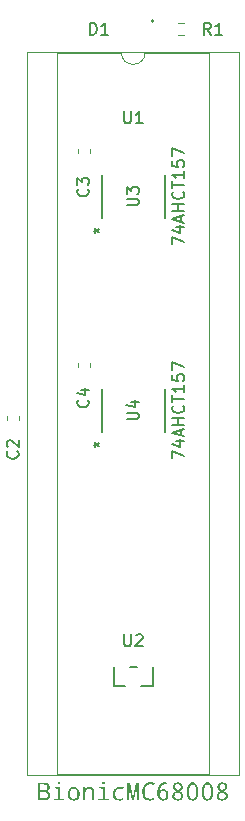
<source format=gbr>
G04 #@! TF.GenerationSoftware,KiCad,Pcbnew,9.0.6-9.0.6~ubuntu25.10.1*
G04 #@! TF.CreationDate,2025-12-24T16:01:02+09:00*
G04 #@! TF.ProjectId,bionic-mc68008,62696f6e-6963-42d6-9d63-36383030382e,2*
G04 #@! TF.SameCoordinates,Original*
G04 #@! TF.FileFunction,Legend,Top*
G04 #@! TF.FilePolarity,Positive*
%FSLAX46Y46*%
G04 Gerber Fmt 4.6, Leading zero omitted, Abs format (unit mm)*
G04 Created by KiCad (PCBNEW 9.0.6-9.0.6~ubuntu25.10.1) date 2025-12-24 16:01:02*
%MOMM*%
%LPD*%
G01*
G04 APERTURE LIST*
%ADD10C,0.150000*%
%ADD11C,0.120000*%
%ADD12C,0.152400*%
G04 APERTURE END LIST*
D10*
X117014819Y-108107428D02*
X117014819Y-107440762D01*
X117014819Y-107440762D02*
X118014819Y-107869333D01*
X117348152Y-106631238D02*
X118014819Y-106631238D01*
X116967200Y-106869333D02*
X117681485Y-107107428D01*
X117681485Y-107107428D02*
X117681485Y-106488381D01*
X117729104Y-106155047D02*
X117729104Y-105678857D01*
X118014819Y-106250285D02*
X117014819Y-105916952D01*
X117014819Y-105916952D02*
X118014819Y-105583619D01*
X118014819Y-105250285D02*
X117014819Y-105250285D01*
X117491009Y-105250285D02*
X117491009Y-104678857D01*
X118014819Y-104678857D02*
X117014819Y-104678857D01*
X117919580Y-103631238D02*
X117967200Y-103678857D01*
X117967200Y-103678857D02*
X118014819Y-103821714D01*
X118014819Y-103821714D02*
X118014819Y-103916952D01*
X118014819Y-103916952D02*
X117967200Y-104059809D01*
X117967200Y-104059809D02*
X117871961Y-104155047D01*
X117871961Y-104155047D02*
X117776723Y-104202666D01*
X117776723Y-104202666D02*
X117586247Y-104250285D01*
X117586247Y-104250285D02*
X117443390Y-104250285D01*
X117443390Y-104250285D02*
X117252914Y-104202666D01*
X117252914Y-104202666D02*
X117157676Y-104155047D01*
X117157676Y-104155047D02*
X117062438Y-104059809D01*
X117062438Y-104059809D02*
X117014819Y-103916952D01*
X117014819Y-103916952D02*
X117014819Y-103821714D01*
X117014819Y-103821714D02*
X117062438Y-103678857D01*
X117062438Y-103678857D02*
X117110057Y-103631238D01*
X117014819Y-103345523D02*
X117014819Y-102774095D01*
X118014819Y-103059809D02*
X117014819Y-103059809D01*
X118014819Y-101916952D02*
X118014819Y-102488380D01*
X118014819Y-102202666D02*
X117014819Y-102202666D01*
X117014819Y-102202666D02*
X117157676Y-102297904D01*
X117157676Y-102297904D02*
X117252914Y-102393142D01*
X117252914Y-102393142D02*
X117300533Y-102488380D01*
X117014819Y-101012190D02*
X117014819Y-101488380D01*
X117014819Y-101488380D02*
X117491009Y-101535999D01*
X117491009Y-101535999D02*
X117443390Y-101488380D01*
X117443390Y-101488380D02*
X117395771Y-101393142D01*
X117395771Y-101393142D02*
X117395771Y-101155047D01*
X117395771Y-101155047D02*
X117443390Y-101059809D01*
X117443390Y-101059809D02*
X117491009Y-101012190D01*
X117491009Y-101012190D02*
X117586247Y-100964571D01*
X117586247Y-100964571D02*
X117824342Y-100964571D01*
X117824342Y-100964571D02*
X117919580Y-101012190D01*
X117919580Y-101012190D02*
X117967200Y-101059809D01*
X117967200Y-101059809D02*
X118014819Y-101155047D01*
X118014819Y-101155047D02*
X118014819Y-101393142D01*
X118014819Y-101393142D02*
X117967200Y-101488380D01*
X117967200Y-101488380D02*
X117919580Y-101535999D01*
X117014819Y-100631237D02*
X117014819Y-99964571D01*
X117014819Y-99964571D02*
X118014819Y-100393142D01*
X117014819Y-89997228D02*
X117014819Y-89330562D01*
X117014819Y-89330562D02*
X118014819Y-89759133D01*
X117348152Y-88521038D02*
X118014819Y-88521038D01*
X116967200Y-88759133D02*
X117681485Y-88997228D01*
X117681485Y-88997228D02*
X117681485Y-88378181D01*
X117729104Y-88044847D02*
X117729104Y-87568657D01*
X118014819Y-88140085D02*
X117014819Y-87806752D01*
X117014819Y-87806752D02*
X118014819Y-87473419D01*
X118014819Y-87140085D02*
X117014819Y-87140085D01*
X117491009Y-87140085D02*
X117491009Y-86568657D01*
X118014819Y-86568657D02*
X117014819Y-86568657D01*
X117919580Y-85521038D02*
X117967200Y-85568657D01*
X117967200Y-85568657D02*
X118014819Y-85711514D01*
X118014819Y-85711514D02*
X118014819Y-85806752D01*
X118014819Y-85806752D02*
X117967200Y-85949609D01*
X117967200Y-85949609D02*
X117871961Y-86044847D01*
X117871961Y-86044847D02*
X117776723Y-86092466D01*
X117776723Y-86092466D02*
X117586247Y-86140085D01*
X117586247Y-86140085D02*
X117443390Y-86140085D01*
X117443390Y-86140085D02*
X117252914Y-86092466D01*
X117252914Y-86092466D02*
X117157676Y-86044847D01*
X117157676Y-86044847D02*
X117062438Y-85949609D01*
X117062438Y-85949609D02*
X117014819Y-85806752D01*
X117014819Y-85806752D02*
X117014819Y-85711514D01*
X117014819Y-85711514D02*
X117062438Y-85568657D01*
X117062438Y-85568657D02*
X117110057Y-85521038D01*
X117014819Y-85235323D02*
X117014819Y-84663895D01*
X118014819Y-84949609D02*
X117014819Y-84949609D01*
X118014819Y-83806752D02*
X118014819Y-84378180D01*
X118014819Y-84092466D02*
X117014819Y-84092466D01*
X117014819Y-84092466D02*
X117157676Y-84187704D01*
X117157676Y-84187704D02*
X117252914Y-84282942D01*
X117252914Y-84282942D02*
X117300533Y-84378180D01*
X117014819Y-82901990D02*
X117014819Y-83378180D01*
X117014819Y-83378180D02*
X117491009Y-83425799D01*
X117491009Y-83425799D02*
X117443390Y-83378180D01*
X117443390Y-83378180D02*
X117395771Y-83282942D01*
X117395771Y-83282942D02*
X117395771Y-83044847D01*
X117395771Y-83044847D02*
X117443390Y-82949609D01*
X117443390Y-82949609D02*
X117491009Y-82901990D01*
X117491009Y-82901990D02*
X117586247Y-82854371D01*
X117586247Y-82854371D02*
X117824342Y-82854371D01*
X117824342Y-82854371D02*
X117919580Y-82901990D01*
X117919580Y-82901990D02*
X117967200Y-82949609D01*
X117967200Y-82949609D02*
X118014819Y-83044847D01*
X118014819Y-83044847D02*
X118014819Y-83282942D01*
X118014819Y-83282942D02*
X117967200Y-83378180D01*
X117967200Y-83378180D02*
X117919580Y-83425799D01*
X117014819Y-82521037D02*
X117014819Y-81854371D01*
X117014819Y-81854371D02*
X118014819Y-82282942D01*
G36*
X106252544Y-135561457D02*
G01*
X106364956Y-135580466D01*
X106450348Y-135608597D01*
X106514131Y-135643948D01*
X106567796Y-135693479D01*
X106606862Y-135756040D01*
X106631725Y-135834479D01*
X106640710Y-135933009D01*
X106631363Y-136017161D01*
X106604504Y-136088904D01*
X106560202Y-136150996D01*
X106501731Y-136200433D01*
X106430141Y-136235661D01*
X106342490Y-136256417D01*
X106342490Y-136266675D01*
X106454751Y-136294784D01*
X106539204Y-136335258D01*
X106601537Y-136386606D01*
X106645589Y-136449217D01*
X106672934Y-136525317D01*
X106682659Y-136618660D01*
X106673804Y-136718821D01*
X106648662Y-136803779D01*
X106608233Y-136876416D01*
X106551958Y-136938770D01*
X106483860Y-136987834D01*
X106403500Y-137023992D01*
X106308522Y-137046873D01*
X106195944Y-137055000D01*
X105655923Y-137055000D01*
X105655923Y-136892059D01*
X105847532Y-136892059D01*
X106162147Y-136892059D01*
X106268212Y-136882623D01*
X106346783Y-136857330D01*
X106404375Y-136818864D01*
X106445356Y-136767184D01*
X106471319Y-136699543D01*
X106480792Y-136610966D01*
X106471492Y-136531042D01*
X106445711Y-136469095D01*
X106404251Y-136420812D01*
X106344728Y-136384129D01*
X106261988Y-136359619D01*
X106148775Y-136350389D01*
X105847532Y-136350389D01*
X105847532Y-136892059D01*
X105655923Y-136892059D01*
X105655923Y-136187449D01*
X105847532Y-136187449D01*
X106138608Y-136187449D01*
X106244351Y-136179885D01*
X106319524Y-136160152D01*
X106371707Y-136131395D01*
X106410679Y-136088617D01*
X106435677Y-136028721D01*
X106444980Y-135945740D01*
X106435272Y-135868208D01*
X106408830Y-135811528D01*
X106366578Y-135770343D01*
X106311338Y-135743316D01*
X106231206Y-135724544D01*
X106118092Y-135717312D01*
X105847532Y-135717312D01*
X105847532Y-136187449D01*
X105655923Y-136187449D01*
X105655923Y-135554371D01*
X106106826Y-135554371D01*
X106252544Y-135561457D01*
G37*
G36*
X107425096Y-135466444D02*
G01*
X107473789Y-135474164D01*
X107505925Y-135494934D01*
X107526053Y-135529356D01*
X107533723Y-135583131D01*
X107524959Y-135636834D01*
X107501391Y-135671791D01*
X107466265Y-135693610D01*
X107425096Y-135700917D01*
X107375952Y-135693125D01*
X107343519Y-135672160D01*
X107323204Y-135637414D01*
X107315462Y-135583131D01*
X107323171Y-135529450D01*
X107343434Y-135495022D01*
X107375861Y-135474197D01*
X107425096Y-135466444D01*
G37*
G36*
X107330757Y-136076074D02*
G01*
X107055160Y-136054733D01*
X107055160Y-135929528D01*
X107517328Y-135929528D01*
X107517328Y-136908454D01*
X107878014Y-136928970D01*
X107878014Y-137055000D01*
X106978315Y-137055000D01*
X106978315Y-136928970D01*
X107330757Y-136908454D01*
X107330757Y-136076074D01*
G37*
G36*
X108775192Y-135922277D02*
G01*
X108870763Y-135952147D01*
X108955880Y-136001195D01*
X109032336Y-136070853D01*
X109092917Y-136153833D01*
X109137182Y-136250095D01*
X109164960Y-136362141D01*
X109174760Y-136493180D01*
X109164939Y-136628802D01*
X109137297Y-136743135D01*
X109093620Y-136839797D01*
X109034351Y-136921643D01*
X108959109Y-136989704D01*
X108873259Y-137038164D01*
X108774695Y-137068017D01*
X108660385Y-137078447D01*
X108552820Y-137068132D01*
X108457816Y-137038256D01*
X108372801Y-136989080D01*
X108296036Y-136919078D01*
X108235339Y-136835790D01*
X108190924Y-136738879D01*
X108163012Y-136625773D01*
X108153153Y-136493180D01*
X108345769Y-136493180D01*
X108354403Y-136623261D01*
X108377592Y-136722317D01*
X108412311Y-136796785D01*
X108457141Y-136851793D01*
X108512453Y-136890774D01*
X108580359Y-136915071D01*
X108664415Y-136923750D01*
X108748139Y-136915085D01*
X108815801Y-136890823D01*
X108870938Y-136851883D01*
X108915648Y-136796903D01*
X108950290Y-136722437D01*
X108973434Y-136623345D01*
X108982053Y-136493180D01*
X108973441Y-136364648D01*
X108950292Y-136266660D01*
X108915592Y-136192879D01*
X108870708Y-136138274D01*
X108815223Y-136099502D01*
X108746982Y-136075296D01*
X108662400Y-136066640D01*
X108578813Y-136075252D01*
X108511307Y-136099355D01*
X108456345Y-136138008D01*
X108411820Y-136192529D01*
X108377352Y-136266303D01*
X108354337Y-136364397D01*
X108345769Y-136493180D01*
X108153153Y-136493180D01*
X108162871Y-136358482D01*
X108190217Y-136244945D01*
X108233414Y-136148976D01*
X108292006Y-136067739D01*
X108366471Y-136000305D01*
X108452084Y-135952143D01*
X108551047Y-135922374D01*
X108666521Y-135911943D01*
X108775192Y-135922277D01*
G37*
G36*
X110202962Y-137055000D02*
G01*
X110202962Y-136332346D01*
X110194926Y-136244643D01*
X110173314Y-136179369D01*
X110140260Y-136131213D01*
X110095536Y-136096699D01*
X110036607Y-136074698D01*
X109959055Y-136066640D01*
X109875190Y-136075032D01*
X109807751Y-136098444D01*
X109753160Y-136135790D01*
X109709213Y-136188128D01*
X109675382Y-136258509D01*
X109652885Y-136351616D01*
X109644531Y-136473396D01*
X109644531Y-137055000D01*
X109458051Y-137055000D01*
X109458051Y-135929528D01*
X109608719Y-135929528D01*
X109636379Y-136084043D01*
X109646637Y-136084043D01*
X109693414Y-136022877D01*
X109749571Y-135975730D01*
X109816326Y-135941326D01*
X109895798Y-135919647D01*
X109990837Y-135911943D01*
X110103001Y-135921451D01*
X110191122Y-135947533D01*
X110260244Y-135987986D01*
X110313950Y-136042727D01*
X110353969Y-136113794D01*
X110379937Y-136205075D01*
X110389441Y-136321905D01*
X110389441Y-137055000D01*
X110202962Y-137055000D01*
G37*
G36*
X111201579Y-135466444D02*
G01*
X111250272Y-135474164D01*
X111282407Y-135494934D01*
X111302536Y-135529356D01*
X111310206Y-135583131D01*
X111301442Y-135636834D01*
X111277874Y-135671791D01*
X111242748Y-135693610D01*
X111201579Y-135700917D01*
X111152435Y-135693125D01*
X111120002Y-135672160D01*
X111099687Y-135637414D01*
X111091944Y-135583131D01*
X111099654Y-135529450D01*
X111119917Y-135495022D01*
X111152344Y-135474197D01*
X111201579Y-135466444D01*
G37*
G36*
X111107240Y-136076074D02*
G01*
X110831643Y-136054733D01*
X110831643Y-135929528D01*
X111293811Y-135929528D01*
X111293811Y-136908454D01*
X111654497Y-136928970D01*
X111654497Y-137055000D01*
X110754798Y-137055000D01*
X110754798Y-136928970D01*
X111107240Y-136908454D01*
X111107240Y-136076074D01*
G37*
G36*
X112898945Y-135972393D02*
G01*
X112835380Y-136134326D01*
X112731319Y-136099863D01*
X112640434Y-136080814D01*
X112560790Y-136074883D01*
X112455804Y-136084324D01*
X112372653Y-136110370D01*
X112306713Y-136151156D01*
X112254834Y-136207024D01*
X112215720Y-136280462D01*
X112190110Y-136375795D01*
X112180687Y-136498767D01*
X112189901Y-136619939D01*
X112214926Y-136713783D01*
X112253104Y-136785979D01*
X112303666Y-136840813D01*
X112367829Y-136880781D01*
X112448625Y-136906273D01*
X112550532Y-136915506D01*
X112656714Y-136908681D01*
X112766055Y-136887800D01*
X112879436Y-136851942D01*
X112879436Y-137015890D01*
X112785837Y-137049337D01*
X112674532Y-137070782D01*
X112542289Y-137078447D01*
X112411475Y-137068056D01*
X112302167Y-137038847D01*
X112210463Y-136992577D01*
X112133427Y-136929337D01*
X112072394Y-136850913D01*
X112027177Y-136755874D01*
X111998323Y-136640809D01*
X111987980Y-136501331D01*
X111994872Y-136383618D01*
X112014279Y-136283257D01*
X112044759Y-136197678D01*
X112085536Y-136124699D01*
X112136541Y-136062610D01*
X112215072Y-135998806D01*
X112308746Y-135952038D01*
X112420603Y-135922471D01*
X112554654Y-135911943D01*
X112675103Y-135918792D01*
X112789564Y-135939012D01*
X112898945Y-135972393D01*
G37*
G36*
X113615736Y-137055000D02*
G01*
X113330797Y-135740851D01*
X113322645Y-135743415D01*
X113337215Y-135999757D01*
X113341146Y-136159422D01*
X113341146Y-137055000D01*
X113186357Y-137055000D01*
X113186357Y-135554371D01*
X113439424Y-135554371D01*
X113693589Y-136778303D01*
X113699725Y-136778303D01*
X113955906Y-135554371D01*
X114214101Y-135554371D01*
X114214101Y-137055000D01*
X114057388Y-137055000D01*
X114057388Y-136146050D01*
X114071677Y-135745430D01*
X114063433Y-135745430D01*
X113773456Y-137055000D01*
X113615736Y-137055000D01*
G37*
G36*
X115481172Y-136850935D02*
G01*
X115481172Y-137017722D01*
X115379645Y-137050095D01*
X115258510Y-137070967D01*
X115114349Y-137078447D01*
X114987309Y-137069491D01*
X114877847Y-137044056D01*
X114783141Y-137003531D01*
X114700931Y-136948236D01*
X114629649Y-136877404D01*
X114572491Y-136795994D01*
X114526336Y-136700554D01*
X114491618Y-136588906D01*
X114469452Y-136458414D01*
X114461580Y-136306059D01*
X114469853Y-136161950D01*
X114493401Y-136035995D01*
X114530803Y-135925697D01*
X114581322Y-135828921D01*
X114644945Y-135743965D01*
X114722514Y-135670314D01*
X114809767Y-135613174D01*
X114908059Y-135571637D01*
X115019338Y-135545804D01*
X115146040Y-135536786D01*
X115294180Y-135547207D01*
X115424042Y-135577023D01*
X115538508Y-135624897D01*
X115458549Y-135784723D01*
X115351221Y-135739506D01*
X115247488Y-135713379D01*
X115146040Y-135704856D01*
X115039180Y-135715487D01*
X114946803Y-135746052D01*
X114865921Y-135796119D01*
X114794605Y-135867338D01*
X114739592Y-135951233D01*
X114698710Y-136050536D01*
X114672704Y-136168146D01*
X114663447Y-136307616D01*
X114672508Y-136457061D01*
X114697497Y-136578555D01*
X114735900Y-136676911D01*
X114786362Y-136756138D01*
X114853228Y-136822275D01*
X114933456Y-136869922D01*
X115029766Y-136899768D01*
X115146131Y-136910377D01*
X115234290Y-136904785D01*
X115344559Y-136886066D01*
X115481172Y-136850935D01*
G37*
G36*
X116502641Y-135542176D02*
G01*
X116577059Y-135556295D01*
X116577059Y-135715114D01*
X116501034Y-135700816D01*
X116406974Y-135695605D01*
X116293636Y-135705584D01*
X116200894Y-135733483D01*
X116124679Y-135777666D01*
X116062134Y-135838487D01*
X116015484Y-135911433D01*
X115977680Y-136007424D01*
X115950462Y-136131909D01*
X115936654Y-136291313D01*
X115948927Y-136291313D01*
X115992920Y-136228310D01*
X116045060Y-136180499D01*
X116106219Y-136146107D01*
X116178195Y-136124673D01*
X116263543Y-136117107D01*
X116362161Y-136125478D01*
X116445442Y-136149170D01*
X116516234Y-136187068D01*
X116576601Y-136239473D01*
X116624529Y-136303541D01*
X116659717Y-136379010D01*
X116681928Y-136468084D01*
X116689807Y-136573597D01*
X116681190Y-136690557D01*
X116656923Y-136789170D01*
X116618533Y-136872583D01*
X116566343Y-136943258D01*
X116500329Y-137001698D01*
X116424503Y-137043512D01*
X116336930Y-137069382D01*
X116234875Y-137078447D01*
X116147312Y-137071221D01*
X116069433Y-137050334D01*
X115999497Y-137016257D01*
X115936202Y-136968493D01*
X115878768Y-136905614D01*
X115824005Y-136817058D01*
X115782542Y-136708832D01*
X115755724Y-136577008D01*
X115753289Y-136536686D01*
X115932532Y-136536686D01*
X115942147Y-136638001D01*
X115969925Y-136727028D01*
X116015514Y-136806238D01*
X116061367Y-136856836D01*
X116112039Y-136891632D01*
X116168573Y-136912471D01*
X116232768Y-136919628D01*
X116315234Y-136909038D01*
X116381777Y-136878997D01*
X116436192Y-136829319D01*
X116474994Y-136765046D01*
X116500200Y-136681313D01*
X116509465Y-136572681D01*
X116500636Y-136475745D01*
X116476551Y-136401074D01*
X116439214Y-136343703D01*
X116387474Y-136300246D01*
X116322091Y-136273313D01*
X116238905Y-136263653D01*
X116155452Y-136273220D01*
X116083585Y-136300870D01*
X116020643Y-136346817D01*
X115970594Y-136406592D01*
X115942016Y-136469205D01*
X115932532Y-136536686D01*
X115753289Y-136536686D01*
X115746053Y-136416885D01*
X115754950Y-136223666D01*
X115779604Y-136063541D01*
X115817437Y-135931649D01*
X115866586Y-135823688D01*
X115925996Y-135736006D01*
X115995494Y-135665743D01*
X116075804Y-135610981D01*
X116168498Y-135570865D01*
X116275878Y-135545669D01*
X116400838Y-135536786D01*
X116502641Y-135542176D01*
G37*
G36*
X117570132Y-135537625D02*
G01*
X117650974Y-135556651D01*
X117720860Y-135586972D01*
X117781481Y-135628377D01*
X117832392Y-135681110D01*
X117868453Y-135741479D01*
X117890611Y-135811007D01*
X117898351Y-135891976D01*
X117888169Y-135979917D01*
X117858230Y-136058862D01*
X117807648Y-136131188D01*
X117733254Y-136198235D01*
X117629898Y-136260172D01*
X117737087Y-136324354D01*
X117817627Y-136389382D01*
X117875970Y-136455233D01*
X117915587Y-136522400D01*
X117938780Y-136591896D01*
X117946528Y-136665188D01*
X117938007Y-136756209D01*
X117913544Y-136835076D01*
X117873665Y-136904179D01*
X117817385Y-136965149D01*
X117750089Y-137013332D01*
X117672202Y-137048556D01*
X117581749Y-137070656D01*
X117476208Y-137078447D01*
X117365022Y-137070859D01*
X117272387Y-137049646D01*
X117195163Y-137016432D01*
X117130818Y-136971835D01*
X117077504Y-136914406D01*
X117039188Y-136846999D01*
X117015321Y-136767623D01*
X117006896Y-136673431D01*
X117189345Y-136673431D01*
X117197697Y-136750777D01*
X117220618Y-136809940D01*
X117256871Y-136855245D01*
X117307944Y-136889045D01*
X117377770Y-136911312D01*
X117472178Y-136919628D01*
X117562751Y-136911248D01*
X117633135Y-136888283D01*
X117687784Y-136852492D01*
X117729471Y-136803050D01*
X117755067Y-136741833D01*
X117764171Y-136665280D01*
X117757023Y-136606179D01*
X117735814Y-136552167D01*
X117699599Y-136501698D01*
X117652827Y-136458550D01*
X117581997Y-136409729D01*
X117480330Y-136354511D01*
X117449555Y-136340131D01*
X117347796Y-136398758D01*
X117275525Y-136460832D01*
X117227111Y-136526388D01*
X117198857Y-136596549D01*
X117189345Y-136673431D01*
X117006896Y-136673431D01*
X117014712Y-136589651D01*
X117037516Y-136514151D01*
X117075277Y-136445178D01*
X117129196Y-136381504D01*
X117201615Y-136322532D01*
X117295865Y-136268324D01*
X117203992Y-136200754D01*
X117137114Y-136129960D01*
X117091332Y-136055478D01*
X117064232Y-135976079D01*
X117056231Y-135900769D01*
X117237430Y-135900769D01*
X117243345Y-135960170D01*
X117260342Y-136011452D01*
X117288172Y-136056290D01*
X117326079Y-136094152D01*
X117386986Y-136136608D01*
X117478315Y-136184243D01*
X117572339Y-136133846D01*
X117638409Y-136080696D01*
X117682190Y-136024908D01*
X117707511Y-135965562D01*
X117715994Y-135900769D01*
X117708193Y-135835114D01*
X117686483Y-135783928D01*
X117651422Y-135743782D01*
X117605476Y-135714870D01*
X117547485Y-135696427D01*
X117474193Y-135689743D01*
X117403651Y-135696354D01*
X117347047Y-135714729D01*
X117301452Y-135743782D01*
X117266717Y-135783885D01*
X117245176Y-135835068D01*
X117237430Y-135900769D01*
X117056231Y-135900769D01*
X117055073Y-135889870D01*
X117062935Y-135809594D01*
X117085476Y-135740552D01*
X117122269Y-135680460D01*
X117174416Y-135627827D01*
X117236369Y-135586350D01*
X117306306Y-135556215D01*
X117385654Y-135537472D01*
X117476208Y-135530924D01*
X117570132Y-135537625D01*
G37*
G36*
X118825703Y-135539305D02*
G01*
X118905946Y-135563327D01*
X118976134Y-135602359D01*
X119037934Y-135657188D01*
X119092149Y-135729952D01*
X119141160Y-135829687D01*
X119179282Y-135955014D01*
X119204424Y-136111171D01*
X119213599Y-136304136D01*
X119204920Y-136498262D01*
X119181230Y-136653894D01*
X119145526Y-136777298D01*
X119100013Y-136874005D01*
X119045959Y-136948677D01*
X118983584Y-137004909D01*
X118912022Y-137045001D01*
X118829399Y-137069767D01*
X118733021Y-137078447D01*
X118641714Y-137070110D01*
X118562466Y-137046181D01*
X118492946Y-137007231D01*
X118431534Y-136952406D01*
X118377464Y-136879511D01*
X118328714Y-136779781D01*
X118290761Y-136654291D01*
X118265711Y-136497752D01*
X118256564Y-136304136D01*
X118256584Y-136303678D01*
X118446066Y-136303678D01*
X118451732Y-136476171D01*
X118466786Y-136607334D01*
X118488639Y-136704828D01*
X118515217Y-136775464D01*
X118556378Y-136840478D01*
X118605362Y-136884322D01*
X118663287Y-136910512D01*
X118733021Y-136919628D01*
X118803757Y-136910461D01*
X118862582Y-136884130D01*
X118912381Y-136840097D01*
X118954305Y-136774914D01*
X118981534Y-136703975D01*
X119003872Y-136606405D01*
X119019236Y-136475491D01*
X119025013Y-136303678D01*
X119019248Y-136133011D01*
X119003902Y-136002729D01*
X118981567Y-135905410D01*
X118954305Y-135834457D01*
X118912381Y-135769274D01*
X118862582Y-135725241D01*
X118803757Y-135698910D01*
X118733021Y-135689743D01*
X118663255Y-135698839D01*
X118605322Y-135724963D01*
X118556351Y-135768673D01*
X118515217Y-135833449D01*
X118488639Y-135903827D01*
X118466787Y-136000984D01*
X118451733Y-136131717D01*
X118446066Y-136303678D01*
X118256584Y-136303678D01*
X118265195Y-136110007D01*
X118288749Y-135954443D01*
X118324233Y-135831164D01*
X118369439Y-135734624D01*
X118423090Y-135660146D01*
X118484946Y-135604112D01*
X118555852Y-135564196D01*
X118637654Y-135539557D01*
X118733021Y-135530924D01*
X118825703Y-135539305D01*
G37*
G36*
X120084531Y-135539305D02*
G01*
X120164774Y-135563327D01*
X120234961Y-135602359D01*
X120296762Y-135657188D01*
X120350977Y-135729952D01*
X120399988Y-135829687D01*
X120438109Y-135955014D01*
X120463251Y-136111171D01*
X120472427Y-136304136D01*
X120463748Y-136498262D01*
X120440057Y-136653894D01*
X120404354Y-136777298D01*
X120358841Y-136874005D01*
X120304787Y-136948677D01*
X120242412Y-137004909D01*
X120170849Y-137045001D01*
X120088227Y-137069767D01*
X119991849Y-137078447D01*
X119900541Y-137070110D01*
X119821293Y-137046181D01*
X119751774Y-137007231D01*
X119690361Y-136952406D01*
X119636292Y-136879511D01*
X119587542Y-136779781D01*
X119549588Y-136654291D01*
X119524538Y-136497752D01*
X119515392Y-136304136D01*
X119515412Y-136303678D01*
X119704894Y-136303678D01*
X119710560Y-136476171D01*
X119725614Y-136607334D01*
X119747467Y-136704828D01*
X119774045Y-136775464D01*
X119815205Y-136840478D01*
X119864190Y-136884322D01*
X119922114Y-136910512D01*
X119991849Y-136919628D01*
X120062584Y-136910461D01*
X120121410Y-136884130D01*
X120171209Y-136840097D01*
X120213133Y-136774914D01*
X120240361Y-136703975D01*
X120262699Y-136606405D01*
X120278064Y-136475491D01*
X120283841Y-136303678D01*
X120278075Y-136133011D01*
X120262730Y-136002729D01*
X120240394Y-135905410D01*
X120213133Y-135834457D01*
X120171209Y-135769274D01*
X120121410Y-135725241D01*
X120062584Y-135698910D01*
X119991849Y-135689743D01*
X119922083Y-135698839D01*
X119864150Y-135724963D01*
X119815179Y-135768673D01*
X119774045Y-135833449D01*
X119747467Y-135903827D01*
X119725614Y-136000984D01*
X119710560Y-136131717D01*
X119704894Y-136303678D01*
X119515412Y-136303678D01*
X119524023Y-136110007D01*
X119547577Y-135954443D01*
X119583060Y-135831164D01*
X119628267Y-135734624D01*
X119681917Y-135660146D01*
X119743774Y-135604112D01*
X119814680Y-135564196D01*
X119896481Y-135539557D01*
X119991849Y-135530924D01*
X120084531Y-135539305D01*
G37*
G36*
X121346615Y-135537625D02*
G01*
X121427457Y-135556651D01*
X121497343Y-135586972D01*
X121557964Y-135628377D01*
X121608875Y-135681110D01*
X121644936Y-135741479D01*
X121667094Y-135811007D01*
X121674834Y-135891976D01*
X121664652Y-135979917D01*
X121634713Y-136058862D01*
X121584131Y-136131188D01*
X121509737Y-136198235D01*
X121406381Y-136260172D01*
X121513570Y-136324354D01*
X121594110Y-136389382D01*
X121652453Y-136455233D01*
X121692070Y-136522400D01*
X121715263Y-136591896D01*
X121723011Y-136665188D01*
X121714490Y-136756209D01*
X121690027Y-136835076D01*
X121650148Y-136904179D01*
X121593868Y-136965149D01*
X121526572Y-137013332D01*
X121448685Y-137048556D01*
X121358232Y-137070656D01*
X121252691Y-137078447D01*
X121141504Y-137070859D01*
X121048870Y-137049646D01*
X120971646Y-137016432D01*
X120907301Y-136971835D01*
X120853987Y-136914406D01*
X120815671Y-136846999D01*
X120791804Y-136767623D01*
X120783379Y-136673431D01*
X120965828Y-136673431D01*
X120974180Y-136750777D01*
X120997101Y-136809940D01*
X121033354Y-136855245D01*
X121084426Y-136889045D01*
X121154253Y-136911312D01*
X121248661Y-136919628D01*
X121339234Y-136911248D01*
X121409618Y-136888283D01*
X121464267Y-136852492D01*
X121505954Y-136803050D01*
X121531550Y-136741833D01*
X121540653Y-136665280D01*
X121533506Y-136606179D01*
X121512296Y-136552167D01*
X121476082Y-136501698D01*
X121429310Y-136458550D01*
X121358480Y-136409729D01*
X121256813Y-136354511D01*
X121226038Y-136340131D01*
X121124279Y-136398758D01*
X121052007Y-136460832D01*
X121003594Y-136526388D01*
X120975340Y-136596549D01*
X120965828Y-136673431D01*
X120783379Y-136673431D01*
X120791195Y-136589651D01*
X120813999Y-136514151D01*
X120851760Y-136445178D01*
X120905679Y-136381504D01*
X120978098Y-136322532D01*
X121072348Y-136268324D01*
X120980475Y-136200754D01*
X120913597Y-136129960D01*
X120867815Y-136055478D01*
X120840715Y-135976079D01*
X120832713Y-135900769D01*
X121013913Y-135900769D01*
X121019828Y-135960170D01*
X121036825Y-136011452D01*
X121064655Y-136056290D01*
X121102562Y-136094152D01*
X121163469Y-136136608D01*
X121254798Y-136184243D01*
X121348822Y-136133846D01*
X121414892Y-136080696D01*
X121458673Y-136024908D01*
X121483994Y-135965562D01*
X121492477Y-135900769D01*
X121484676Y-135835114D01*
X121462966Y-135783928D01*
X121427905Y-135743782D01*
X121381959Y-135714870D01*
X121323968Y-135696427D01*
X121250676Y-135689743D01*
X121180134Y-135696354D01*
X121123530Y-135714729D01*
X121077935Y-135743782D01*
X121043200Y-135783885D01*
X121021659Y-135835068D01*
X121013913Y-135900769D01*
X120832713Y-135900769D01*
X120831555Y-135889870D01*
X120839417Y-135809594D01*
X120861958Y-135740552D01*
X120898752Y-135680460D01*
X120950899Y-135627827D01*
X121012852Y-135586350D01*
X121082789Y-135556215D01*
X121162136Y-135537472D01*
X121252691Y-135530924D01*
X121346615Y-135537625D01*
G37*
X109868580Y-103162366D02*
X109916200Y-103209985D01*
X109916200Y-103209985D02*
X109963819Y-103352842D01*
X109963819Y-103352842D02*
X109963819Y-103448080D01*
X109963819Y-103448080D02*
X109916200Y-103590937D01*
X109916200Y-103590937D02*
X109820961Y-103686175D01*
X109820961Y-103686175D02*
X109725723Y-103733794D01*
X109725723Y-103733794D02*
X109535247Y-103781413D01*
X109535247Y-103781413D02*
X109392390Y-103781413D01*
X109392390Y-103781413D02*
X109201914Y-103733794D01*
X109201914Y-103733794D02*
X109106676Y-103686175D01*
X109106676Y-103686175D02*
X109011438Y-103590937D01*
X109011438Y-103590937D02*
X108963819Y-103448080D01*
X108963819Y-103448080D02*
X108963819Y-103352842D01*
X108963819Y-103352842D02*
X109011438Y-103209985D01*
X109011438Y-103209985D02*
X109059057Y-103162366D01*
X109297152Y-102305223D02*
X109963819Y-102305223D01*
X108916200Y-102543318D02*
X109630485Y-102781413D01*
X109630485Y-102781413D02*
X109630485Y-102162366D01*
X113154819Y-104797904D02*
X113964342Y-104797904D01*
X113964342Y-104797904D02*
X114059580Y-104750285D01*
X114059580Y-104750285D02*
X114107200Y-104702666D01*
X114107200Y-104702666D02*
X114154819Y-104607428D01*
X114154819Y-104607428D02*
X114154819Y-104416952D01*
X114154819Y-104416952D02*
X114107200Y-104321714D01*
X114107200Y-104321714D02*
X114059580Y-104274095D01*
X114059580Y-104274095D02*
X113964342Y-104226476D01*
X113964342Y-104226476D02*
X113154819Y-104226476D01*
X113488152Y-103321714D02*
X114154819Y-103321714D01*
X113107200Y-103559809D02*
X113821485Y-103797904D01*
X113821485Y-103797904D02*
X113821485Y-103178857D01*
X110354819Y-106935999D02*
X110592914Y-106935999D01*
X110497676Y-107174094D02*
X110592914Y-106935999D01*
X110592914Y-106935999D02*
X110497676Y-106697904D01*
X110783390Y-107078856D02*
X110592914Y-106935999D01*
X110592914Y-106935999D02*
X110783390Y-106793142D01*
X103899580Y-107504666D02*
X103947200Y-107552285D01*
X103947200Y-107552285D02*
X103994819Y-107695142D01*
X103994819Y-107695142D02*
X103994819Y-107790380D01*
X103994819Y-107790380D02*
X103947200Y-107933237D01*
X103947200Y-107933237D02*
X103851961Y-108028475D01*
X103851961Y-108028475D02*
X103756723Y-108076094D01*
X103756723Y-108076094D02*
X103566247Y-108123713D01*
X103566247Y-108123713D02*
X103423390Y-108123713D01*
X103423390Y-108123713D02*
X103232914Y-108076094D01*
X103232914Y-108076094D02*
X103137676Y-108028475D01*
X103137676Y-108028475D02*
X103042438Y-107933237D01*
X103042438Y-107933237D02*
X102994819Y-107790380D01*
X102994819Y-107790380D02*
X102994819Y-107695142D01*
X102994819Y-107695142D02*
X103042438Y-107552285D01*
X103042438Y-107552285D02*
X103090057Y-107504666D01*
X103090057Y-107123713D02*
X103042438Y-107076094D01*
X103042438Y-107076094D02*
X102994819Y-106980856D01*
X102994819Y-106980856D02*
X102994819Y-106742761D01*
X102994819Y-106742761D02*
X103042438Y-106647523D01*
X103042438Y-106647523D02*
X103090057Y-106599904D01*
X103090057Y-106599904D02*
X103185295Y-106552285D01*
X103185295Y-106552285D02*
X103280533Y-106552285D01*
X103280533Y-106552285D02*
X103423390Y-106599904D01*
X103423390Y-106599904D02*
X103994819Y-107171332D01*
X103994819Y-107171332D02*
X103994819Y-106552285D01*
X110040905Y-72232819D02*
X110040905Y-71232819D01*
X110040905Y-71232819D02*
X110279000Y-71232819D01*
X110279000Y-71232819D02*
X110421857Y-71280438D01*
X110421857Y-71280438D02*
X110517095Y-71375676D01*
X110517095Y-71375676D02*
X110564714Y-71470914D01*
X110564714Y-71470914D02*
X110612333Y-71661390D01*
X110612333Y-71661390D02*
X110612333Y-71804247D01*
X110612333Y-71804247D02*
X110564714Y-71994723D01*
X110564714Y-71994723D02*
X110517095Y-72089961D01*
X110517095Y-72089961D02*
X110421857Y-72185200D01*
X110421857Y-72185200D02*
X110279000Y-72232819D01*
X110279000Y-72232819D02*
X110040905Y-72232819D01*
X111564714Y-72232819D02*
X110993286Y-72232819D01*
X111279000Y-72232819D02*
X111279000Y-71232819D01*
X111279000Y-71232819D02*
X111183762Y-71375676D01*
X111183762Y-71375676D02*
X111088524Y-71470914D01*
X111088524Y-71470914D02*
X110993286Y-71518533D01*
X109868580Y-85295165D02*
X109916200Y-85342784D01*
X109916200Y-85342784D02*
X109963819Y-85485641D01*
X109963819Y-85485641D02*
X109963819Y-85580879D01*
X109963819Y-85580879D02*
X109916200Y-85723736D01*
X109916200Y-85723736D02*
X109820961Y-85818974D01*
X109820961Y-85818974D02*
X109725723Y-85866593D01*
X109725723Y-85866593D02*
X109535247Y-85914212D01*
X109535247Y-85914212D02*
X109392390Y-85914212D01*
X109392390Y-85914212D02*
X109201914Y-85866593D01*
X109201914Y-85866593D02*
X109106676Y-85818974D01*
X109106676Y-85818974D02*
X109011438Y-85723736D01*
X109011438Y-85723736D02*
X108963819Y-85580879D01*
X108963819Y-85580879D02*
X108963819Y-85485641D01*
X108963819Y-85485641D02*
X109011438Y-85342784D01*
X109011438Y-85342784D02*
X109059057Y-85295165D01*
X108963819Y-84961831D02*
X108963819Y-84342784D01*
X108963819Y-84342784D02*
X109344771Y-84676117D01*
X109344771Y-84676117D02*
X109344771Y-84533260D01*
X109344771Y-84533260D02*
X109392390Y-84438022D01*
X109392390Y-84438022D02*
X109440009Y-84390403D01*
X109440009Y-84390403D02*
X109535247Y-84342784D01*
X109535247Y-84342784D02*
X109773342Y-84342784D01*
X109773342Y-84342784D02*
X109868580Y-84390403D01*
X109868580Y-84390403D02*
X109916200Y-84438022D01*
X109916200Y-84438022D02*
X109963819Y-84533260D01*
X109963819Y-84533260D02*
X109963819Y-84818974D01*
X109963819Y-84818974D02*
X109916200Y-84914212D01*
X109916200Y-84914212D02*
X109868580Y-84961831D01*
X112938095Y-122998819D02*
X112938095Y-123808342D01*
X112938095Y-123808342D02*
X112985714Y-123903580D01*
X112985714Y-123903580D02*
X113033333Y-123951200D01*
X113033333Y-123951200D02*
X113128571Y-123998819D01*
X113128571Y-123998819D02*
X113319047Y-123998819D01*
X113319047Y-123998819D02*
X113414285Y-123951200D01*
X113414285Y-123951200D02*
X113461904Y-123903580D01*
X113461904Y-123903580D02*
X113509523Y-123808342D01*
X113509523Y-123808342D02*
X113509523Y-122998819D01*
X113938095Y-123094057D02*
X113985714Y-123046438D01*
X113985714Y-123046438D02*
X114080952Y-122998819D01*
X114080952Y-122998819D02*
X114319047Y-122998819D01*
X114319047Y-122998819D02*
X114414285Y-123046438D01*
X114414285Y-123046438D02*
X114461904Y-123094057D01*
X114461904Y-123094057D02*
X114509523Y-123189295D01*
X114509523Y-123189295D02*
X114509523Y-123284533D01*
X114509523Y-123284533D02*
X114461904Y-123427390D01*
X114461904Y-123427390D02*
X113890476Y-123998819D01*
X113890476Y-123998819D02*
X114509523Y-123998819D01*
X120287833Y-72232819D02*
X119954500Y-71756628D01*
X119716405Y-72232819D02*
X119716405Y-71232819D01*
X119716405Y-71232819D02*
X120097357Y-71232819D01*
X120097357Y-71232819D02*
X120192595Y-71280438D01*
X120192595Y-71280438D02*
X120240214Y-71328057D01*
X120240214Y-71328057D02*
X120287833Y-71423295D01*
X120287833Y-71423295D02*
X120287833Y-71566152D01*
X120287833Y-71566152D02*
X120240214Y-71661390D01*
X120240214Y-71661390D02*
X120192595Y-71709009D01*
X120192595Y-71709009D02*
X120097357Y-71756628D01*
X120097357Y-71756628D02*
X119716405Y-71756628D01*
X121240214Y-72232819D02*
X120668786Y-72232819D01*
X120954500Y-72232819D02*
X120954500Y-71232819D01*
X120954500Y-71232819D02*
X120859262Y-71375676D01*
X120859262Y-71375676D02*
X120764024Y-71470914D01*
X120764024Y-71470914D02*
X120668786Y-71518533D01*
X112938095Y-78725819D02*
X112938095Y-79535342D01*
X112938095Y-79535342D02*
X112985714Y-79630580D01*
X112985714Y-79630580D02*
X113033333Y-79678200D01*
X113033333Y-79678200D02*
X113128571Y-79725819D01*
X113128571Y-79725819D02*
X113319047Y-79725819D01*
X113319047Y-79725819D02*
X113414285Y-79678200D01*
X113414285Y-79678200D02*
X113461904Y-79630580D01*
X113461904Y-79630580D02*
X113509523Y-79535342D01*
X113509523Y-79535342D02*
X113509523Y-78725819D01*
X114509523Y-79725819D02*
X113938095Y-79725819D01*
X114223809Y-79725819D02*
X114223809Y-78725819D01*
X114223809Y-78725819D02*
X114128571Y-78868676D01*
X114128571Y-78868676D02*
X114033333Y-78963914D01*
X114033333Y-78963914D02*
X113938095Y-79011533D01*
X113154819Y-86687704D02*
X113964342Y-86687704D01*
X113964342Y-86687704D02*
X114059580Y-86640085D01*
X114059580Y-86640085D02*
X114107200Y-86592466D01*
X114107200Y-86592466D02*
X114154819Y-86497228D01*
X114154819Y-86497228D02*
X114154819Y-86306752D01*
X114154819Y-86306752D02*
X114107200Y-86211514D01*
X114107200Y-86211514D02*
X114059580Y-86163895D01*
X114059580Y-86163895D02*
X113964342Y-86116276D01*
X113964342Y-86116276D02*
X113154819Y-86116276D01*
X113154819Y-85735323D02*
X113154819Y-85116276D01*
X113154819Y-85116276D02*
X113535771Y-85449609D01*
X113535771Y-85449609D02*
X113535771Y-85306752D01*
X113535771Y-85306752D02*
X113583390Y-85211514D01*
X113583390Y-85211514D02*
X113631009Y-85163895D01*
X113631009Y-85163895D02*
X113726247Y-85116276D01*
X113726247Y-85116276D02*
X113964342Y-85116276D01*
X113964342Y-85116276D02*
X114059580Y-85163895D01*
X114059580Y-85163895D02*
X114107200Y-85211514D01*
X114107200Y-85211514D02*
X114154819Y-85306752D01*
X114154819Y-85306752D02*
X114154819Y-85592466D01*
X114154819Y-85592466D02*
X114107200Y-85687704D01*
X114107200Y-85687704D02*
X114059580Y-85735323D01*
X110354819Y-88825799D02*
X110592914Y-88825799D01*
X110497676Y-89063894D02*
X110592914Y-88825799D01*
X110592914Y-88825799D02*
X110497676Y-88587704D01*
X110783390Y-88968656D02*
X110592914Y-88825799D01*
X110592914Y-88825799D02*
X110783390Y-88682942D01*
D11*
X108999000Y-100347967D02*
X108999000Y-100055433D01*
X110019000Y-100347967D02*
X110019000Y-100055433D01*
D12*
X111020300Y-102196576D02*
X111020300Y-105875424D01*
X116379700Y-105875424D02*
X116379700Y-102196576D01*
D11*
X103030000Y-104843767D02*
X103030000Y-104551233D01*
X104050000Y-104843767D02*
X104050000Y-104551233D01*
D12*
X115427200Y-71092200D02*
G75*
G02*
X115274800Y-71092200I-76200J0D01*
G01*
X115274800Y-71092200D02*
G75*
G02*
X115427200Y-71092200I76200J0D01*
G01*
D11*
X108999000Y-82237767D02*
X108999000Y-81945233D01*
X110019000Y-82237767D02*
X110019000Y-81945233D01*
D12*
X112048000Y-125765000D02*
X112048000Y-127419000D01*
X112048000Y-127419000D02*
X113037060Y-127419000D01*
X113987061Y-125765000D02*
X113412939Y-125765000D01*
X114362940Y-127419000D02*
X115352000Y-127419000D01*
X115352000Y-127419000D02*
X115352000Y-125765000D01*
D11*
X117509276Y-71255500D02*
X118018724Y-71255500D01*
X117509276Y-72300500D02*
X118018724Y-72300500D01*
X104750000Y-73690000D02*
X104750000Y-134890000D01*
X104750000Y-134890000D02*
X122650000Y-134890000D01*
X107240000Y-73750000D02*
X107240000Y-134830000D01*
X107240000Y-134830000D02*
X120160000Y-134830000D01*
X112700000Y-73750000D02*
X107240000Y-73750000D01*
X120160000Y-73750000D02*
X114700000Y-73750000D01*
X120160000Y-134830000D02*
X120160000Y-73750000D01*
X122650000Y-73690000D02*
X104750000Y-73690000D01*
X122650000Y-134890000D02*
X122650000Y-73690000D01*
X114700000Y-73750000D02*
G75*
G02*
X112700000Y-73750000I-1000000J0D01*
G01*
D12*
X111020300Y-84086376D02*
X111020300Y-87765224D01*
X116379700Y-87765224D02*
X116379700Y-84086376D01*
M02*

</source>
